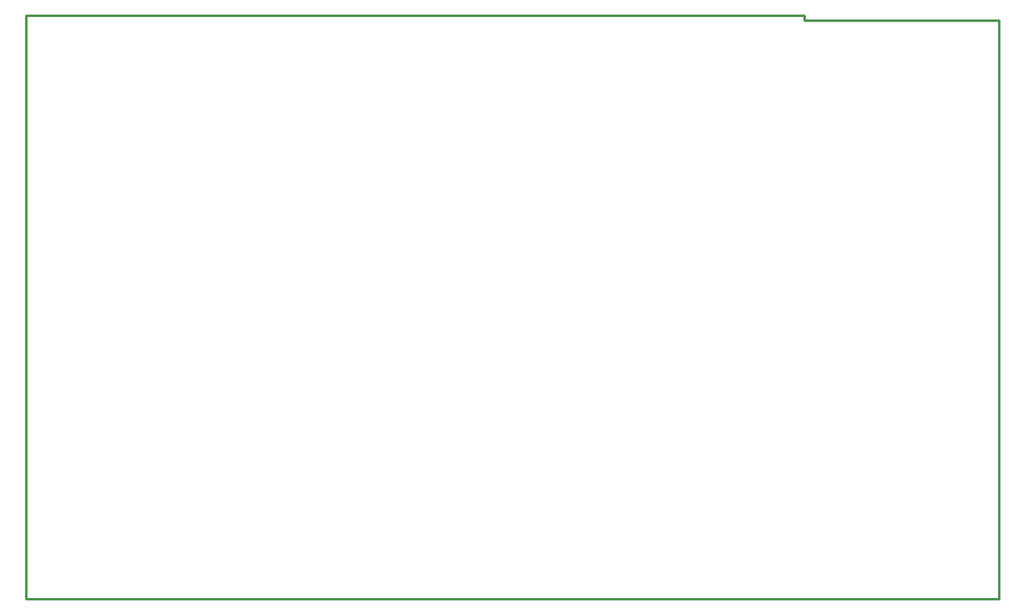
<source format=gko>
G04 Layer: BoardOutlineLayer*
G04 EasyEDA v6.5.34, 2023-09-07 19:38:45*
G04 9ee9bf4eaa3c4749808be0ecbaf77966,1ae14fa7f5aa486887b2aa5280da83c0,10*
G04 Gerber Generator version 0.2*
G04 Scale: 100 percent, Rotated: No, Reflected: No *
G04 Dimensions in millimeters *
G04 leading zeros omitted , absolute positions ,4 integer and 5 decimal *
%FSLAX45Y45*%
%MOMM*%

%ADD10C,0.2540*%
D10*
X2794000Y10922000D02*
G01*
X10922000Y10922000D01*
X10922000Y10871200D01*
X12954000Y10871200D01*
X12954000Y4826000D01*
X12954000Y4826000D02*
G01*
X2794000Y4826000D01*
X2794000Y10922000D01*

%LPD*%
M02*

</source>
